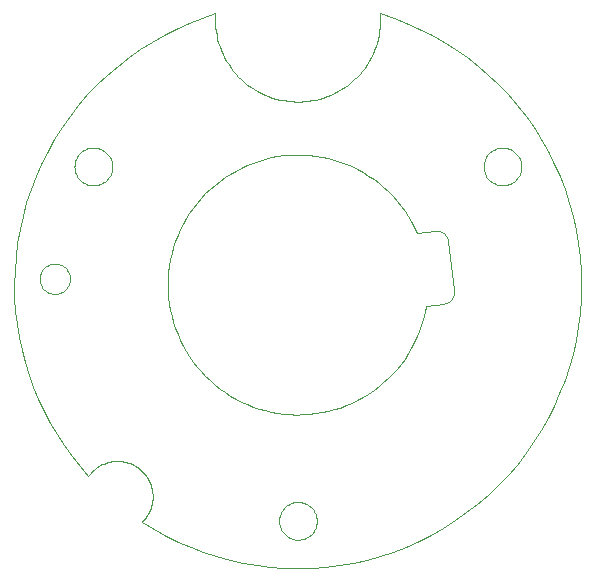
<source format=gko>
G75*
G70*
%OFA0B0*%
%FSLAX24Y24*%
%IPPOS*%
%LPD*%
%AMOC8*
5,1,8,0,0,1.08239X$1,22.5*
%
%ADD10C,0.0004*%
%ADD11C,0.0000*%
D10*
X000949Y009772D02*
X000951Y009817D01*
X000957Y009861D01*
X000967Y009904D01*
X000980Y009947D01*
X000998Y009988D01*
X001018Y010027D01*
X001043Y010065D01*
X001070Y010100D01*
X001101Y010132D01*
X001134Y010162D01*
X001170Y010189D01*
X001207Y010212D01*
X001247Y010232D01*
X001289Y010249D01*
X001332Y010261D01*
X001375Y010270D01*
X001420Y010275D01*
X001464Y010276D01*
X001509Y010273D01*
X001553Y010266D01*
X001596Y010255D01*
X001638Y010241D01*
X001679Y010223D01*
X001718Y010201D01*
X001755Y010176D01*
X001789Y010148D01*
X001821Y010116D01*
X001850Y010082D01*
X001876Y010046D01*
X001898Y010008D01*
X001918Y009967D01*
X001933Y009926D01*
X001945Y009883D01*
X001953Y009839D01*
X001957Y009794D01*
X001957Y009750D01*
X001953Y009705D01*
X001945Y009661D01*
X001933Y009618D01*
X001918Y009577D01*
X001898Y009536D01*
X001876Y009498D01*
X001850Y009462D01*
X001821Y009428D01*
X001789Y009396D01*
X001755Y009368D01*
X001718Y009343D01*
X001679Y009321D01*
X001638Y009303D01*
X001596Y009289D01*
X001553Y009278D01*
X001509Y009271D01*
X001464Y009268D01*
X001420Y009269D01*
X001375Y009274D01*
X001332Y009283D01*
X001289Y009295D01*
X001247Y009312D01*
X001207Y009332D01*
X001170Y009355D01*
X001134Y009382D01*
X001101Y009412D01*
X001070Y009444D01*
X001043Y009479D01*
X001018Y009517D01*
X000998Y009556D01*
X000980Y009597D01*
X000967Y009640D01*
X000957Y009683D01*
X000951Y009727D01*
X000949Y009772D01*
X002110Y013511D02*
X002112Y013561D01*
X002118Y013611D01*
X002128Y013660D01*
X002142Y013708D01*
X002159Y013755D01*
X002180Y013800D01*
X002205Y013844D01*
X002233Y013885D01*
X002265Y013924D01*
X002299Y013961D01*
X002336Y013995D01*
X002376Y014025D01*
X002418Y014052D01*
X002462Y014076D01*
X002508Y014097D01*
X002555Y014113D01*
X002603Y014126D01*
X002653Y014135D01*
X002702Y014140D01*
X002753Y014141D01*
X002803Y014138D01*
X002852Y014131D01*
X002901Y014120D01*
X002949Y014105D01*
X002995Y014087D01*
X003040Y014065D01*
X003083Y014039D01*
X003124Y014010D01*
X003163Y013978D01*
X003199Y013943D01*
X003231Y013905D01*
X003261Y013865D01*
X003288Y013822D01*
X003311Y013778D01*
X003330Y013732D01*
X003346Y013684D01*
X003358Y013635D01*
X003366Y013586D01*
X003370Y013536D01*
X003370Y013486D01*
X003366Y013436D01*
X003358Y013387D01*
X003346Y013338D01*
X003330Y013290D01*
X003311Y013244D01*
X003288Y013200D01*
X003261Y013157D01*
X003231Y013117D01*
X003199Y013079D01*
X003163Y013044D01*
X003124Y013012D01*
X003083Y012983D01*
X003040Y012957D01*
X002995Y012935D01*
X002949Y012917D01*
X002901Y012902D01*
X002852Y012891D01*
X002803Y012884D01*
X002753Y012881D01*
X002702Y012882D01*
X002653Y012887D01*
X002603Y012896D01*
X002555Y012909D01*
X002508Y012925D01*
X002462Y012946D01*
X002418Y012970D01*
X002376Y012997D01*
X002336Y013027D01*
X002299Y013061D01*
X002265Y013098D01*
X002233Y013137D01*
X002205Y013178D01*
X002180Y013222D01*
X002159Y013267D01*
X002142Y013314D01*
X002128Y013362D01*
X002118Y013411D01*
X002112Y013461D01*
X002110Y013511D01*
X008929Y001700D02*
X008931Y001750D01*
X008937Y001800D01*
X008947Y001849D01*
X008961Y001897D01*
X008978Y001944D01*
X008999Y001989D01*
X009024Y002033D01*
X009052Y002074D01*
X009084Y002113D01*
X009118Y002150D01*
X009155Y002184D01*
X009195Y002214D01*
X009237Y002241D01*
X009281Y002265D01*
X009327Y002286D01*
X009374Y002302D01*
X009422Y002315D01*
X009472Y002324D01*
X009521Y002329D01*
X009572Y002330D01*
X009622Y002327D01*
X009671Y002320D01*
X009720Y002309D01*
X009768Y002294D01*
X009814Y002276D01*
X009859Y002254D01*
X009902Y002228D01*
X009943Y002199D01*
X009982Y002167D01*
X010018Y002132D01*
X010050Y002094D01*
X010080Y002054D01*
X010107Y002011D01*
X010130Y001967D01*
X010149Y001921D01*
X010165Y001873D01*
X010177Y001824D01*
X010185Y001775D01*
X010189Y001725D01*
X010189Y001675D01*
X010185Y001625D01*
X010177Y001576D01*
X010165Y001527D01*
X010149Y001479D01*
X010130Y001433D01*
X010107Y001389D01*
X010080Y001346D01*
X010050Y001306D01*
X010018Y001268D01*
X009982Y001233D01*
X009943Y001201D01*
X009902Y001172D01*
X009859Y001146D01*
X009814Y001124D01*
X009768Y001106D01*
X009720Y001091D01*
X009671Y001080D01*
X009622Y001073D01*
X009572Y001070D01*
X009521Y001071D01*
X009472Y001076D01*
X009422Y001085D01*
X009374Y001098D01*
X009327Y001114D01*
X009281Y001135D01*
X009237Y001159D01*
X009195Y001186D01*
X009155Y001216D01*
X009118Y001250D01*
X009084Y001287D01*
X009052Y001326D01*
X009024Y001367D01*
X008999Y001411D01*
X008978Y001456D01*
X008961Y001503D01*
X008947Y001551D01*
X008937Y001600D01*
X008931Y001650D01*
X008929Y001700D01*
X015748Y013511D02*
X015750Y013561D01*
X015756Y013611D01*
X015766Y013660D01*
X015780Y013708D01*
X015797Y013755D01*
X015818Y013800D01*
X015843Y013844D01*
X015871Y013885D01*
X015903Y013924D01*
X015937Y013961D01*
X015974Y013995D01*
X016014Y014025D01*
X016056Y014052D01*
X016100Y014076D01*
X016146Y014097D01*
X016193Y014113D01*
X016241Y014126D01*
X016291Y014135D01*
X016340Y014140D01*
X016391Y014141D01*
X016441Y014138D01*
X016490Y014131D01*
X016539Y014120D01*
X016587Y014105D01*
X016633Y014087D01*
X016678Y014065D01*
X016721Y014039D01*
X016762Y014010D01*
X016801Y013978D01*
X016837Y013943D01*
X016869Y013905D01*
X016899Y013865D01*
X016926Y013822D01*
X016949Y013778D01*
X016968Y013732D01*
X016984Y013684D01*
X016996Y013635D01*
X017004Y013586D01*
X017008Y013536D01*
X017008Y013486D01*
X017004Y013436D01*
X016996Y013387D01*
X016984Y013338D01*
X016968Y013290D01*
X016949Y013244D01*
X016926Y013200D01*
X016899Y013157D01*
X016869Y013117D01*
X016837Y013079D01*
X016801Y013044D01*
X016762Y013012D01*
X016721Y012983D01*
X016678Y012957D01*
X016633Y012935D01*
X016587Y012917D01*
X016539Y012902D01*
X016490Y012891D01*
X016441Y012884D01*
X016391Y012881D01*
X016340Y012882D01*
X016291Y012887D01*
X016241Y012896D01*
X016193Y012909D01*
X016146Y012925D01*
X016100Y012946D01*
X016056Y012970D01*
X016014Y012997D01*
X015974Y013027D01*
X015937Y013061D01*
X015903Y013098D01*
X015871Y013137D01*
X015843Y013178D01*
X015818Y013222D01*
X015797Y013267D01*
X015780Y013314D01*
X015766Y013362D01*
X015756Y013411D01*
X015750Y013461D01*
X015748Y013511D01*
D11*
X004715Y002511D02*
X004713Y002578D01*
X004707Y002646D01*
X004698Y002713D01*
X004684Y002779D01*
X004667Y002845D01*
X004646Y002909D01*
X004621Y002972D01*
X004593Y003034D01*
X004562Y003093D01*
X004527Y003151D01*
X004488Y003207D01*
X004447Y003261D01*
X004402Y003312D01*
X004355Y003360D01*
X004305Y003406D01*
X004253Y003449D01*
X004198Y003488D01*
X004141Y003525D01*
X004082Y003558D01*
X004021Y003587D01*
X003959Y003614D01*
X003895Y003636D01*
X003830Y003655D01*
X003764Y003670D01*
X003697Y003682D01*
X003630Y003689D01*
X003562Y003693D01*
X003495Y003692D01*
X003427Y003688D01*
X003360Y003680D01*
X003293Y003668D01*
X003228Y003653D01*
X003163Y003634D01*
X003099Y003610D01*
X003037Y003584D01*
X002976Y003554D01*
X002918Y003520D01*
X002861Y003483D01*
X002806Y003443D01*
X002754Y003400D01*
X002705Y003354D01*
X002658Y003305D01*
X002614Y003254D01*
X002573Y003200D01*
X004714Y002511D02*
X004712Y002445D01*
X004706Y002378D01*
X004697Y002312D01*
X004684Y002247D01*
X004667Y002182D01*
X004647Y002119D01*
X004623Y002057D01*
X004595Y001996D01*
X004564Y001937D01*
X004530Y001880D01*
X004493Y001824D01*
X004453Y001771D01*
X004410Y001721D01*
X004364Y001672D01*
X004363Y001672D02*
X004752Y001431D01*
X005151Y001209D01*
X005561Y001006D01*
X005980Y000823D01*
X006408Y000661D01*
X006843Y000520D01*
X007284Y000399D01*
X007731Y000301D01*
X008181Y000224D01*
X008635Y000169D01*
X009091Y000136D01*
X009548Y000125D01*
X013820Y008857D02*
X013822Y008868D01*
X014426Y008941D01*
X014771Y009332D02*
X014770Y009357D01*
X014768Y009381D01*
X014769Y009381D02*
X014567Y011021D01*
X014561Y011058D01*
X014551Y011095D01*
X014537Y011130D01*
X014520Y011164D01*
X014500Y011196D01*
X014477Y011227D01*
X014451Y011254D01*
X014423Y011280D01*
X014392Y011302D01*
X014360Y011321D01*
X014325Y011337D01*
X014289Y011350D01*
X014252Y011359D01*
X014215Y011364D01*
X014177Y011366D01*
X014129Y011364D02*
X013526Y011291D01*
X013521Y011302D01*
X014129Y011364D02*
X014153Y011366D01*
X014177Y011367D01*
X014772Y009332D02*
X014770Y009294D01*
X014765Y009256D01*
X014756Y009219D01*
X014743Y009183D01*
X014727Y009149D01*
X014708Y009116D01*
X014685Y009085D01*
X014660Y009057D01*
X014632Y009031D01*
X014602Y009008D01*
X014570Y008988D01*
X014536Y008971D01*
X014500Y008957D01*
X014464Y008947D01*
X014426Y008941D01*
X013521Y011302D02*
X013432Y011494D01*
X013334Y011681D01*
X013227Y011863D01*
X013111Y012039D01*
X012987Y012210D01*
X012854Y012374D01*
X012714Y012532D01*
X012566Y012683D01*
X012410Y012826D01*
X012249Y012962D01*
X012080Y013089D01*
X011906Y013208D01*
X011726Y013319D01*
X011541Y013420D01*
X011351Y013513D01*
X011157Y013596D01*
X010959Y013670D01*
X010757Y013733D01*
X010553Y013787D01*
X010346Y013831D01*
X010138Y013865D01*
X009928Y013888D01*
X009717Y013902D01*
X009506Y013905D01*
X009295Y013897D01*
X009085Y013880D01*
X008875Y013852D01*
X008667Y013814D01*
X008462Y013766D01*
X008259Y013708D01*
X008059Y013640D01*
X007862Y013563D01*
X007670Y013476D01*
X007482Y013379D01*
X007299Y013274D01*
X007121Y013160D01*
X006949Y013037D01*
X006783Y012906D01*
X006624Y012767D01*
X006472Y012621D01*
X006327Y012467D01*
X006190Y012307D01*
X006061Y012140D01*
X005940Y011966D01*
X005827Y011788D01*
X005724Y011603D01*
X005630Y011414D01*
X005544Y011221D01*
X005469Y011024D01*
X005403Y010823D01*
X005347Y010620D01*
X005301Y010413D01*
X005265Y010205D01*
X005240Y009996D01*
X005224Y009785D01*
X005219Y009574D01*
X009549Y000126D02*
X010012Y000137D01*
X010475Y000171D01*
X010935Y000228D01*
X011391Y000307D01*
X011844Y000409D01*
X012290Y000532D01*
X012731Y000678D01*
X013163Y000845D01*
X013587Y001032D01*
X014001Y001241D01*
X014405Y001469D01*
X014796Y001717D01*
X015175Y001984D01*
X015541Y002269D01*
X015892Y002571D01*
X016228Y002891D01*
X016548Y003226D01*
X016851Y003577D01*
X017136Y003943D01*
X017403Y004322D01*
X017651Y004713D01*
X017880Y005116D01*
X018089Y005530D01*
X018277Y005954D01*
X018444Y006386D01*
X018589Y006826D01*
X018713Y007273D01*
X018815Y007725D01*
X018895Y008182D01*
X018952Y008642D01*
X018986Y009104D01*
X018998Y009568D01*
X018987Y010031D01*
X018953Y010493D01*
X018897Y010953D01*
X018818Y011410D01*
X018717Y011863D01*
X018594Y012310D01*
X018449Y012750D01*
X018282Y013182D01*
X018095Y013606D01*
X017887Y014021D01*
X017659Y014424D01*
X017411Y014816D01*
X017145Y015195D01*
X016860Y015561D01*
X016558Y015913D01*
X016238Y016249D01*
X015903Y016569D01*
X015552Y016872D01*
X015187Y017158D01*
X014809Y017425D01*
X014417Y017673D01*
X014014Y017902D01*
X013600Y018111D01*
X013177Y018300D01*
X012745Y018467D01*
X012305Y018613D01*
X012305Y018432D01*
X012302Y018299D01*
X012292Y018166D01*
X012276Y018034D01*
X012254Y017902D01*
X012225Y017772D01*
X012190Y017644D01*
X012149Y017517D01*
X012102Y017393D01*
X012048Y017271D01*
X011989Y017151D01*
X011925Y017035D01*
X011854Y016922D01*
X011779Y016812D01*
X011698Y016706D01*
X011612Y016604D01*
X011521Y016507D01*
X011426Y016414D01*
X011326Y016326D01*
X011222Y016242D01*
X011115Y016164D01*
X011003Y016091D01*
X010888Y016023D01*
X010770Y015961D01*
X010650Y015905D01*
X010526Y015855D01*
X010401Y015811D01*
X010273Y015773D01*
X010144Y015741D01*
X010013Y015715D01*
X009881Y015696D01*
X009749Y015683D01*
X009616Y015677D01*
X009482Y015677D01*
X009349Y015683D01*
X009217Y015696D01*
X009085Y015715D01*
X008954Y015741D01*
X008825Y015773D01*
X008697Y015811D01*
X008572Y015855D01*
X008448Y015905D01*
X008328Y015961D01*
X008210Y016023D01*
X008095Y016091D01*
X007983Y016164D01*
X007876Y016242D01*
X007772Y016326D01*
X007672Y016414D01*
X007577Y016507D01*
X007486Y016604D01*
X007400Y016706D01*
X007319Y016812D01*
X007244Y016922D01*
X007173Y017035D01*
X007109Y017151D01*
X007050Y017271D01*
X006996Y017393D01*
X006949Y017517D01*
X006908Y017644D01*
X006873Y017772D01*
X006844Y017902D01*
X006822Y018034D01*
X006806Y018166D01*
X006796Y018299D01*
X006793Y018432D01*
X006793Y018613D01*
X006353Y018467D01*
X005921Y018300D01*
X005498Y018111D01*
X005084Y017903D01*
X004681Y017674D01*
X004290Y017425D01*
X003912Y017158D01*
X003547Y016873D01*
X003196Y016570D01*
X002861Y016250D01*
X002542Y015914D01*
X002240Y015563D01*
X001955Y015198D01*
X001689Y014819D01*
X001441Y014427D01*
X001213Y014024D01*
X001005Y013610D01*
X000817Y013186D01*
X000651Y012754D01*
X000506Y012314D01*
X000382Y011868D01*
X000281Y011416D01*
X000202Y010959D01*
X000145Y010499D01*
X000111Y010037D01*
X000100Y009574D01*
X005218Y009574D02*
X005223Y009363D01*
X005239Y009152D01*
X005264Y008943D01*
X005300Y008734D01*
X005346Y008528D01*
X005402Y008325D01*
X005468Y008124D01*
X005544Y007927D01*
X005629Y007733D01*
X005723Y007544D01*
X005827Y007360D01*
X005939Y007181D01*
X006060Y007008D01*
X006189Y006841D01*
X006326Y006680D01*
X006471Y006527D01*
X006624Y006380D01*
X006783Y006242D01*
X006949Y006111D01*
X007120Y005988D01*
X007298Y005874D01*
X007481Y005768D01*
X007669Y005672D01*
X007862Y005585D01*
X008058Y005508D01*
X008258Y005440D01*
X008461Y005382D01*
X008667Y005334D01*
X008875Y005296D01*
X009084Y005268D01*
X009295Y005250D01*
X009506Y005243D01*
X009717Y005246D01*
X009928Y005260D01*
X010138Y005283D01*
X010346Y005317D01*
X010553Y005361D01*
X010757Y005415D01*
X010959Y005479D01*
X011157Y005552D01*
X011351Y005636D01*
X011541Y005728D01*
X011726Y005830D01*
X011906Y005940D01*
X012080Y006060D01*
X012248Y006187D01*
X012410Y006323D01*
X012565Y006466D01*
X012713Y006617D01*
X012854Y006775D01*
X012986Y006939D01*
X013111Y007110D01*
X013227Y007287D01*
X013334Y007469D01*
X013432Y007656D01*
X013521Y007847D01*
X013600Y008043D01*
X013670Y008242D01*
X013730Y008445D01*
X013780Y008650D01*
X013820Y008857D01*
X002572Y003200D02*
X002285Y003530D01*
X002013Y003872D01*
X001758Y004227D01*
X001519Y004593D01*
X001297Y004970D01*
X001093Y005356D01*
X000907Y005752D01*
X000740Y006156D01*
X000591Y006567D01*
X000461Y006985D01*
X000351Y007408D01*
X000261Y007835D01*
X000191Y008267D01*
X000140Y008701D01*
X000110Y009137D01*
X000100Y009574D01*
M02*

</source>
